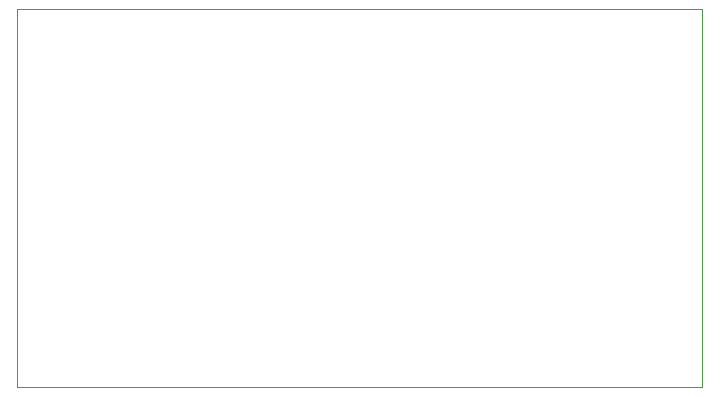
<source format=gm1>
G04 #@! TF.GenerationSoftware,KiCad,Pcbnew,6.0.11+dfsg-1*
G04 #@! TF.CreationDate,2026-01-16T17:50:55+01:00*
G04 #@! TF.ProjectId,bed-remote,6265642d-7265-46d6-9f74-652e6b696361,rev?*
G04 #@! TF.SameCoordinates,Original*
G04 #@! TF.FileFunction,Profile,NP*
%FSLAX46Y46*%
G04 Gerber Fmt 4.6, Leading zero omitted, Abs format (unit mm)*
G04 Created by KiCad (PCBNEW 6.0.11+dfsg-1) date 2026-01-16 17:50:55*
%MOMM*%
%LPD*%
G01*
G04 APERTURE LIST*
G04 #@! TA.AperFunction,Profile*
%ADD10C,0.050000*%
G04 #@! TD*
G04 APERTURE END LIST*
D10*
X95000000Y-52000000D02*
X37000000Y-52000000D01*
X37000000Y-20000000D01*
X95000000Y-20000000D01*
X95000000Y-52000000D01*
M02*

</source>
